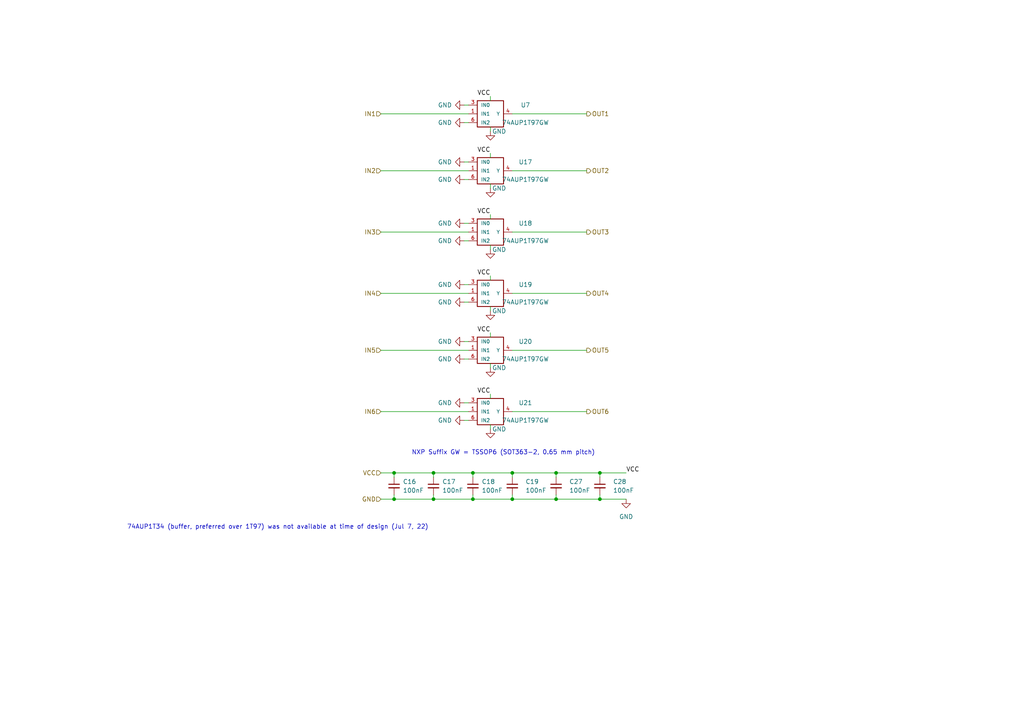
<source format=kicad_sch>
(kicad_sch (version 20211123) (generator eeschema)
  (paper "A4")
  (title_block (title "H7DDCADC") (date "2022-07-10") (rev "initial") (company "papamidas DM1CR") (comment 1 "high speed 1.8V to 3.3V level translator"))
  (lib_symbols
    (symbol "74xGxx:74AUP1G97" (pin_names (offset 1.016))
      (property "Reference" "U" (at -2.54 5.08 0))
      (property "Value" "74AUP1G97" (at 0 -5.08 0))
      (symbol "74AUP1G97_0_1"
        (rectangle (start -3.81 3.81) (end 3.81 -3.81) (stroke (width 0.254)))
      )
      (symbol "74AUP1G97_1_1"
        (pin input line (at -6.35 0 0) (length 2.54) (name "IN1") (number "1"))
        (pin power_in line (at 0 -3.81 270) (length 0) hide (name "GND") (number "2"))
        (pin input line (at -6.35 2.54 0) (length 2.54) (name "IN0") (number "3"))
        (pin output line (at 6.35 0 180) (length 2.54) (name "Y") (number "4"))
        (pin power_in line (at 0 3.81 90) (length 0) hide (name "VCC") (number "5"))
        (pin input line (at -6.35 -2.54 0) (length 2.54) (name "IN2") (number "6"))
      )
    )
    (symbol "Device:C_Small" (pin_numbers hide) (pin_names (offset 0.254) hide)
      (property "Reference" "C" (at 0.254 1.778 0))
      (property "Value" "C_Small" (at 0.254 -2.032 0))
      (symbol "C_Small_0_1"
        (polyline (pts (xy -1.524 -0.508) (xy 1.524 -0.508)) (stroke (width 0.3302)))
        (polyline (pts (xy -1.524 0.508) (xy 1.524 0.508)) (stroke (width 0.3048)))
      )
      (symbol "C_Small_1_1"
        (pin passive line (at 0 2.54 270) (length 2.032) (name "~") (number "1"))
        (pin passive line (at 0 -2.54 90) (length 2.032) (name "~") (number "2"))
      )
    )
    (symbol "power:GND" (power) (pin_names (offset 0))
      (property "Value" "GND" (at 0 -3.81 0))
      (symbol "GND_0_1"
        (polyline (pts (xy 0 0) (xy 0 -1.27) (xy 1.27 -1.27) (xy 0 -2.54) (xy -1.27 -1.27) (xy 0 -1.27)))
      )
      (symbol "GND_1_1"
        (pin power_in line (at 0 0 270) (length 0) hide (name "GND") (number "1"))
      )
    )
  )
  (junction (at 114.3 144.78))
  (junction (at 137.16 144.78))
  (junction (at 161.29 137.16))
  (junction (at 125.73 137.16))
  (junction (at 125.73 144.78))
  (junction (at 148.59 144.78))
  (junction (at 114.3 137.16))
  (junction (at 173.99 137.16))
  (junction (at 161.29 144.78))
  (junction (at 148.59 137.16))
  (junction (at 173.99 144.78))
  (junction (at 137.16 137.16))
  (wire (pts (xy 148.59 137.16) (xy 148.59 138.43)))
  (wire (pts (xy 135.89 30.48) (xy 134.62 30.48)))
  (wire (pts (xy 114.3 137.16) (xy 125.73 137.16)))
  (wire (pts (xy 148.59 85.09) (xy 170.18 85.09)))
  (wire (pts (xy 135.89 49.53) (xy 110.49 49.53)))
  (wire (pts (xy 142.24 29.21) (xy 142.24 27.94)))
  (wire (pts (xy 125.73 137.16) (xy 137.16 137.16)))
  (wire (pts (xy 135.89 33.02) (xy 110.49 33.02)))
  (wire (pts (xy 135.89 119.38) (xy 110.49 119.38)))
  (wire (pts (xy 137.16 144.78) (xy 148.59 144.78)))
  (wire (pts (xy 148.59 67.31) (xy 170.18 67.31)))
  (wire (pts (xy 135.89 46.99) (xy 134.62 46.99)))
  (wire (pts (xy 135.89 82.55) (xy 134.62 82.55)))
  (wire (pts (xy 114.3 144.78) (xy 125.73 144.78)))
  (wire (pts (xy 135.89 64.77) (xy 134.62 64.77)))
  (wire (pts (xy 110.49 137.16) (xy 114.3 137.16)))
  (wire (pts (xy 161.29 137.16) (xy 161.29 138.43)))
  (wire (pts (xy 148.59 49.53) (xy 170.18 49.53)))
  (wire (pts (xy 148.59 119.38) (xy 170.18 119.38)))
  (wire (pts (xy 135.89 121.92) (xy 134.62 121.92)))
  (wire (pts (xy 148.59 143.51) (xy 148.59 144.78)))
  (wire (pts (xy 137.16 137.16) (xy 137.16 138.43)))
  (wire (pts (xy 173.99 143.51) (xy 173.99 144.78)))
  (wire (pts (xy 148.59 33.02) (xy 170.18 33.02)))
  (wire (pts (xy 142.24 106.68) (xy 142.24 105.41)))
  (wire (pts (xy 137.16 137.16) (xy 148.59 137.16)))
  (wire (pts (xy 135.89 35.56) (xy 134.62 35.56)))
  (wire (pts (xy 142.24 81.28) (xy 142.24 80.01)))
  (wire (pts (xy 135.89 116.84) (xy 134.62 116.84)))
  (wire (pts (xy 135.89 87.63) (xy 134.62 87.63)))
  (wire (pts (xy 148.59 101.6) (xy 170.18 101.6)))
  (wire (pts (xy 142.24 97.79) (xy 142.24 96.52)))
  (wire (pts (xy 142.24 90.17) (xy 142.24 88.9)))
  (wire (pts (xy 135.89 85.09) (xy 110.49 85.09)))
  (wire (pts (xy 125.73 137.16) (xy 125.73 138.43)))
  (wire (pts (xy 161.29 137.16) (xy 173.99 137.16)))
  (wire (pts (xy 148.59 144.78) (xy 161.29 144.78)))
  (wire (pts (xy 142.24 115.57) (xy 142.24 114.3)))
  (wire (pts (xy 142.24 45.72) (xy 142.24 44.45)))
  (wire (pts (xy 135.89 101.6) (xy 110.49 101.6)))
  (wire (pts (xy 137.16 143.51) (xy 137.16 144.78)))
  (wire (pts (xy 135.89 104.14) (xy 134.62 104.14)))
  (wire (pts (xy 161.29 144.78) (xy 173.99 144.78)))
  (wire (pts (xy 125.73 143.51) (xy 125.73 144.78)))
  (wire (pts (xy 142.24 63.5) (xy 142.24 62.23)))
  (wire (pts (xy 142.24 54.61) (xy 142.24 53.34)))
  (wire (pts (xy 110.49 144.78) (xy 114.3 144.78)))
  (wire (pts (xy 173.99 144.78) (xy 181.61 144.78)))
  (wire (pts (xy 135.89 69.85) (xy 134.62 69.85)))
  (wire (pts (xy 135.89 67.31) (xy 110.49 67.31)))
  (wire (pts (xy 114.3 137.16) (xy 114.3 138.43)))
  (wire (pts (xy 142.24 38.1) (xy 142.24 36.83)))
  (wire (pts (xy 142.24 72.39) (xy 142.24 71.12)))
  (wire (pts (xy 135.89 52.07) (xy 134.62 52.07)))
  (wire (pts (xy 125.73 144.78) (xy 137.16 144.78)))
  (wire (pts (xy 142.24 124.46) (xy 142.24 123.19)))
  (wire (pts (xy 114.3 143.51) (xy 114.3 144.78)))
  (wire (pts (xy 148.59 137.16) (xy 161.29 137.16)))
  (wire (pts (xy 135.89 99.06) (xy 134.62 99.06)))
  (wire (pts (xy 173.99 137.16) (xy 173.99 138.43)))
  (wire (pts (xy 161.29 143.51) (xy 161.29 144.78)))
  (wire (pts (xy 173.99 137.16) (xy 181.61 137.16)))
  (text "74AUP1T34 (buffer, preferred over 1T97) was not available at time of design (Jul 7, 22)" (at 36.83 153.67 0) (effects (font (size 1.27 1.27)) (justify left bottom)))
  (text "NXP Suffix GW = TSSOP6 (SOT363-2, 0.65 mm pitch)" (at 119.38 132.08 0) (effects (font (size 1.27 1.27)) (justify left bottom)))
  (label "VCC" (at 142.24 62.23 180))
  (label "VCC" (at 181.61 137.16 0))
  (label "VCC" (at 142.24 114.3 180))
  (label "VCC" (at 142.24 44.45 180))
  (label "VCC" (at 142.24 27.94 180))
  (label "VCC" (at 142.24 96.52 180))
  (label "VCC" (at 142.24 80.01 180))
  (hierarchical_label "IN5" (shape input) (at 110.49 101.6 180))
  (hierarchical_label "GND" (shape input) (at 110.49 144.78 180))
  (hierarchical_label "OUT4" (shape output) (at 170.18 85.09 0))
  (hierarchical_label "IN3" (shape input) (at 110.49 67.31 180))
  (hierarchical_label "OUT3" (shape output) (at 170.18 67.31 0))
  (hierarchical_label "OUT6" (shape output) (at 170.18 119.38 0))
  (hierarchical_label "IN2" (shape input) (at 110.49 49.53 180))
  (hierarchical_label "IN4" (shape input) (at 110.49 85.09 180))
  (hierarchical_label "VCC" (shape input) (at 110.49 137.16 180))
  (hierarchical_label "OUT2" (shape output) (at 170.18 49.53 0))
  (hierarchical_label "IN6" (shape input) (at 110.49 119.38 180))
  (hierarchical_label "IN1" (shape input) (at 110.49 33.02 180))
  (hierarchical_label "OUT5" (shape output) (at 170.18 101.6 0))
  (hierarchical_label "OUT1" (shape output) (at 170.18 33.02 0))
  (symbol (lib_id "74xGxx:74AUP1G97") (at 142.24 119.38 0) (unit 1)
    (property "Reference" "U21" (at 152.4 116.84 0))
    (property "Value" "74AUP1T97GW" (at 152.4 121.92 0))
    (property "Footprint" "Package_TO_SOT_SMD:SOT-363_SC-70-6_Handsoldering" (effects hide))
    (property "Datasheet" "http://www.ti.com/lit/sg/scyt129e/scyt129e.pdf" (effects hide))
  )
  (symbol (lib_id "power:GND") (at 134.62 121.92 270) (unit 1)
    (property "Reference" "#PWR0116" (effects hide))
    (property "Value" "GND" (at 127 121.92 90) (effects (justify left)))
  )
  (symbol (lib_id "power:GND") (at 134.62 104.14 270) (unit 1)
    (property "Reference" "#PWR0117" (effects hide))
    (property "Value" "GND" (at 127 104.14 90) (effects (justify left)))
  )
  (symbol (lib_id "power:GND") (at 134.62 116.84 270) (unit 1)
    (property "Reference" "#PWR0115" (effects hide))
    (property "Value" "GND" (at 127 116.84 90) (effects (justify left)))
  )
  (symbol (lib_id "74xGxx:74AUP1G97") (at 142.24 85.09 0) (unit 1)
    (property "Reference" "U19" (at 152.4 82.55 0))
    (property "Value" "74AUP1T97GW" (at 152.4 87.63 0))
    (property "Footprint" "Package_TO_SOT_SMD:SOT-363_SC-70-6_Handsoldering" (effects hide))
    (property "Datasheet" "http://www.ti.com/lit/sg/scyt129e/scyt129e.pdf" (effects hide))
  )
  (symbol (lib_id "power:GND") (at 142.24 106.68 0) (unit 1)
    (property "Reference" "#PWR0119" (effects hide))
    (property "Value" "GND" (at 144.78 106.68 0))
  )
  (symbol (lib_id "power:GND") (at 142.24 38.1 0) (unit 1)
    (property "Reference" "#PWR095" (effects hide))
    (property "Value" "GND" (at 144.78 38.1 0))
  )
  (symbol (lib_id "Device:C_Small") (at 114.3 140.97 0) (unit 1)
    (property "Reference" "C16" (at 116.84 139.7062 0) (effects (justify left)))
    (property "Value" "100nF" (at 116.84 142.2462 0) (effects (justify left)))
    (property "Footprint" "Capacitor_SMD:C_0805_2012Metric" (effects hide))
  )
  (symbol (lib_id "power:GND") (at 134.62 52.07 270) (unit 1)
    (property "Reference" "#PWR0123" (effects hide))
    (property "Value" "GND" (at 127 52.07 90) (effects (justify left)))
  )
  (symbol (lib_id "power:GND") (at 134.62 46.99 270) (unit 1)
    (property "Reference" "#PWR0124" (effects hide))
    (property "Value" "GND" (at 127 46.99 90) (effects (justify left)))
  )
  (symbol (lib_id "Device:C_Small") (at 125.73 140.97 0) (unit 1)
    (property "Reference" "C17" (at 128.27 139.7062 0) (effects (justify left)))
    (property "Value" "100nF" (at 128.27 142.2462 0) (effects (justify left)))
    (property "Footprint" "Capacitor_SMD:C_0805_2012Metric" (effects hide))
  )
  (symbol (lib_id "Device:C_Small") (at 173.99 140.97 0) (unit 1)
    (property "Reference" "C28" (at 177.8 139.7 0) (effects (justify left)))
    (property "Value" "100nF" (at 177.8 142.24 0) (effects (justify left)))
    (property "Footprint" "Capacitor_SMD:C_0805_2012Metric" (effects hide))
  )
  (symbol (lib_id "power:GND") (at 134.62 64.77 270) (unit 1)
    (property "Reference" "#PWR0127" (effects hide))
    (property "Value" "GND" (at 127 64.77 90) (effects (justify left)))
  )
  (symbol (lib_id "power:GND") (at 181.61 144.78 0) (unit 1)
    (property "Reference" "#PWR0101" (effects hide))
    (property "Value" "GND" (at 181.61 149.86 0))
  )
  (symbol (lib_id "74xGxx:74AUP1G97") (at 142.24 67.31 0) (unit 1)
    (property "Reference" "U18" (at 152.4 64.77 0))
    (property "Value" "74AUP1T97GW" (at 152.4 69.85 0))
    (property "Footprint" "Package_TO_SOT_SMD:SOT-363_SC-70-6_Handsoldering" (effects hide))
    (property "Datasheet" "http://www.ti.com/lit/sg/scyt129e/scyt129e.pdf" (effects hide))
  )
  (symbol (lib_id "Device:C_Small") (at 148.59 140.97 0) (unit 1)
    (property "Reference" "C19" (at 152.4 139.7 0) (effects (justify left)))
    (property "Value" "100nF" (at 152.4 142.24 0) (effects (justify left)))
    (property "Footprint" "Capacitor_SMD:C_0805_2012Metric" (effects hide))
  )
  (symbol (lib_id "power:GND") (at 134.62 69.85 270) (unit 1)
    (property "Reference" "#PWR0126" (effects hide))
    (property "Value" "GND" (at 127 69.85 90) (effects (justify left)))
  )
  (symbol (lib_id "power:GND") (at 134.62 87.63 270) (unit 1)
    (property "Reference" "#PWR0129" (effects hide))
    (property "Value" "GND" (at 127 87.63 90) (effects (justify left)))
  )
  (symbol (lib_id "power:GND") (at 134.62 82.55 270) (unit 1)
    (property "Reference" "#PWR0128" (effects hide))
    (property "Value" "GND" (at 127 82.55 90) (effects (justify left)))
  )
  (symbol (lib_id "74xGxx:74AUP1G97") (at 142.24 33.02 0) (unit 1)
    (property "Reference" "U7" (at 152.4 30.48 0))
    (property "Value" "74AUP1T97GW" (at 152.4 35.56 0))
    (property "Footprint" "Package_TO_SOT_SMD:SOT-363_SC-70-6_Handsoldering" (effects hide))
    (property "Datasheet" "http://www.ti.com/lit/sg/scyt129e/scyt129e.pdf" (effects hide))
  )
  (symbol (lib_id "power:GND") (at 134.62 30.48 270) (unit 1)
    (property "Reference" "#PWR0122" (effects hide))
    (property "Value" "GND" (at 127 30.48 90) (effects (justify left)))
  )
  (symbol (lib_id "power:GND") (at 134.62 35.56 270) (unit 1)
    (property "Reference" "#PWR0121" (effects hide))
    (property "Value" "GND" (at 127 35.56 90) (effects (justify left)))
  )
  (symbol (lib_id "power:GND") (at 134.62 99.06 270) (unit 1)
    (property "Reference" "#PWR0130" (effects hide))
    (property "Value" "GND" (at 127 99.06 90) (effects (justify left)))
  )
  (symbol (lib_id "power:GND") (at 142.24 124.46 0) (unit 1)
    (property "Reference" "#PWR0118" (effects hide))
    (property "Value" "GND" (at 144.78 124.46 0))
  )
  (symbol (lib_id "power:GND") (at 142.24 54.61 0) (unit 1)
    (property "Reference" "#PWR0131" (effects hide))
    (property "Value" "GND" (at 144.78 54.61 0))
  )
  (symbol (lib_id "74xGxx:74AUP1G97") (at 142.24 101.6 0) (unit 1)
    (property "Reference" "U20" (at 152.4 99.06 0))
    (property "Value" "74AUP1T97GW" (at 152.4 104.14 0))
    (property "Footprint" "Package_TO_SOT_SMD:SOT-363_SC-70-6_Handsoldering" (effects hide))
    (property "Datasheet" "http://www.ti.com/lit/sg/scyt129e/scyt129e.pdf" (effects hide))
  )
  (symbol (lib_id "power:GND") (at 142.24 72.39 0) (unit 1)
    (property "Reference" "#PWR0125" (effects hide))
    (property "Value" "GND" (at 144.78 72.39 0))
  )
  (symbol (lib_id "Device:C_Small") (at 161.29 140.97 0) (unit 1)
    (property "Reference" "C27" (at 165.1 139.7 0) (effects (justify left)))
    (property "Value" "100nF" (at 165.1 142.24 0) (effects (justify left)))
    (property "Footprint" "Capacitor_SMD:C_0805_2012Metric" (effects hide))
  )
  (symbol (lib_id "Device:C_Small") (at 137.16 140.97 0) (unit 1)
    (property "Reference" "C18" (at 139.7 139.7062 0) (effects (justify left)))
    (property "Value" "100nF" (at 139.7 142.2462 0) (effects (justify left)))
    (property "Footprint" "Capacitor_SMD:C_0805_2012Metric" (effects hide))
  )
  (symbol (lib_id "power:GND") (at 142.24 90.17 0) (unit 1)
    (property "Reference" "#PWR0120" (effects hide))
    (property "Value" "GND" (at 144.78 90.17 0))
  )
  (symbol (lib_id "74xGxx:74AUP1G97") (at 142.24 49.53 0) (unit 1)
    (property "Reference" "U17" (at 152.4 46.99 0))
    (property "Value" "74AUP1T97GW" (at 152.4 52.07 0))
    (property "Footprint" "Package_TO_SOT_SMD:SOT-363_SC-70-6_Handsoldering" (effects hide))
    (property "Datasheet" "http://www.ti.com/lit/sg/scyt129e/scyt129e.pdf" (effects hide))
  )
)
</source>
